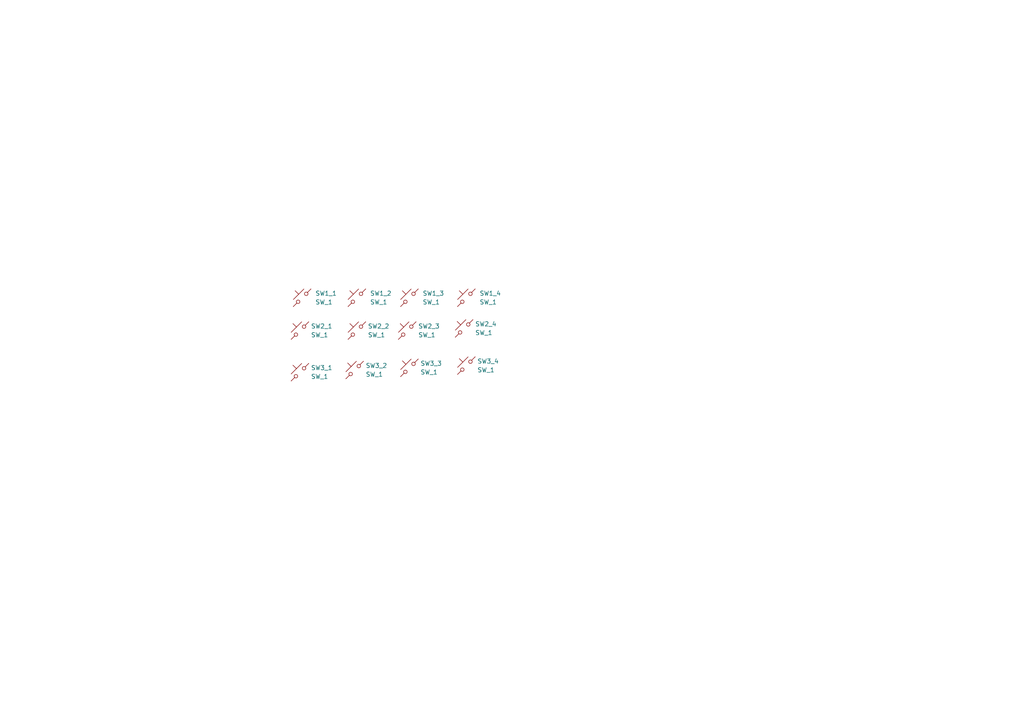
<source format=kicad_sch>
(kicad_sch (version 20230121) (generator eeschema)
  (paper "A4")
  (lib_symbols
    (symbol "Switch:SW_Push_45deg" (pin_numbers hide) (pin_names (offset 1.016) hide)
      (property "Reference" "SW" (at 3.048 1.016 0))
      (property "Value" "SW_Push_45deg" (at 0 -3.81 0))
      (symbol "SW_Push_45deg_0_1"
        (circle (center -1.1684 1.1684) (radius 0.508))
        (polyline (pts (xy -0.508 2.54) (xy 2.54 -0.508)))
        (polyline (pts (xy 1.016 1.016) (xy 2.032 2.032)))
        (polyline (pts (xy -2.54 2.54) (xy -1.524 1.524) (xy -1.524 1.524)))
        (polyline (pts (xy 1.524 -1.524) (xy 2.54 -2.54) (xy 2.54 -2.54) (xy 2.54 -2.54)))
        (circle (center 1.143 -1.1938) (radius 0.508))
        (pin passive line (at -2.54 2.54 0) (length 0) (name "1") (number "1"))
        (pin passive line (at 2.54 -2.54 180) (length 0) (name "2") (number "2"))
      )
    )
  )
  (symbol (lib_id "Switch:SW_Push_45deg") (at 86.995 95.885 90) (unit 1)
    (property "Reference" "SW2_1" (at 90.17 94.615 90) (effects (justify right)))
    (property "Value" "SW_1" (at 90.17 97.155 90) (effects (justify right)))
  )
  (symbol (lib_id "Switch:SW_Push_45deg") (at 103.505 95.885 90) (unit 1)
    (property "Reference" "SW2_2" (at 106.68 94.615 90) (effects (justify right)))
    (property "Value" "SW_1" (at 106.68 97.155 90) (effects (justify right)))
  )
  (symbol (lib_id "Switch:SW_Push_45deg") (at 86.995 107.95 90) (unit 1)
    (property "Reference" "SW3_1" (at 90.17 106.68 90) (effects (justify right)))
    (property "Value" "SW_1" (at 90.17 109.22 90) (effects (justify right)))
  )
  (symbol (lib_id "Switch:SW_Push_45deg") (at 102.87 107.315 90) (unit 1)
    (property "Reference" "SW3_2" (at 106.045 106.045 90) (effects (justify right)))
    (property "Value" "SW_1" (at 106.045 108.585 90) (effects (justify right)))
  )
  (symbol (lib_id "Switch:SW_Push_45deg") (at 118.11 95.885 90) (unit 1)
    (property "Reference" "SW2_3" (at 121.285 94.615 90) (effects (justify right)))
    (property "Value" "SW_1" (at 121.285 97.155 90) (effects (justify right)))
  )
  (symbol (lib_id "Switch:SW_Push_45deg") (at 135.255 106.045 90) (unit 1)
    (property "Reference" "SW3_4" (at 138.43 104.775 90) (effects (justify right)))
    (property "Value" "SW_1" (at 138.43 107.315 90) (effects (justify right)))
  )
  (symbol (lib_id "Switch:SW_Push_45deg") (at 87.63 86.36 90) (unit 1)
    (property "Reference" "SW1_1" (at 91.44 85.09 90) (effects (justify right)))
    (property "Value" "SW_1" (at 91.44 87.63 90) (effects (justify right)))
  )
  (symbol (lib_id "Switch:SW_Push_45deg") (at 118.745 86.36 90) (unit 1)
    (property "Reference" "SW1_3" (at 122.555 85.09 90) (effects (justify right)))
    (property "Value" "SW_1" (at 122.555 87.63 90) (effects (justify right)))
  )
  (symbol (lib_id "Switch:SW_Push_45deg") (at 135.255 86.36 90) (unit 1)
    (property "Reference" "SW1_4" (at 139.065 85.09 90) (effects (justify right)))
    (property "Value" "SW_1" (at 139.065 87.63 90) (effects (justify right)))
  )
  (symbol (lib_id "Switch:SW_Push_45deg") (at 103.505 86.36 90) (unit 1)
    (property "Reference" "SW1_2" (at 107.315 85.09 90) (effects (justify right)))
    (property "Value" "SW_1" (at 107.315 87.63 90) (effects (justify right)))
  )
  (symbol (lib_id "Switch:SW_Push_45deg") (at 118.745 106.68 90) (unit 1)
    (property "Reference" "SW3_3" (at 121.92 105.41 90) (effects (justify right)))
    (property "Value" "SW_1" (at 121.92 107.95 90) (effects (justify right)))
  )
  (symbol (lib_id "Switch:SW_Push_45deg") (at 134.62 95.25 90) (unit 1)
    (property "Reference" "SW2_4" (at 137.795 93.98 90) (effects (justify right)))
    (property "Value" "SW_1" (at 137.795 96.52 90) (effects (justify right)))
  )
)
</source>
